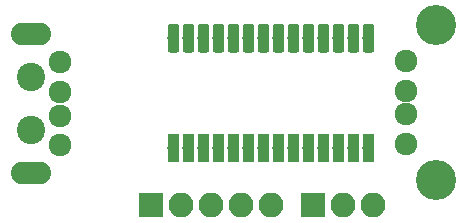
<source format=gbs>
G04 #@! TF.GenerationSoftware,KiCad,Pcbnew,(5.1.2)-1*
G04 #@! TF.CreationDate,2021-07-24T10:23:43+09:00*
G04 #@! TF.ProjectId,PS2USB,50533255-5342-42e6-9b69-6361645f7063,v2.1*
G04 #@! TF.SameCoordinates,Original*
G04 #@! TF.FileFunction,Soldermask,Bot*
G04 #@! TF.FilePolarity,Negative*
%FSLAX46Y46*%
G04 Gerber Fmt 4.6, Leading zero omitted, Abs format (unit mm)*
G04 Created by KiCad (PCBNEW (5.1.2)-1) date 2021-07-24 10:23:43*
%MOMM*%
%LPD*%
G04 APERTURE LIST*
%ADD10C,1.924000*%
%ADD11O,3.400000X1.900000*%
%ADD12C,2.400000*%
%ADD13O,2.100000X2.100000*%
%ADD14R,2.100000X2.100000*%
%ADD15C,3.400000*%
%ADD16C,0.050000*%
%ADD17C,1.000000*%
G04 APERTURE END LIST*
D10*
X77700000Y-95100000D03*
X77700000Y-92600000D03*
X77700000Y-90600000D03*
X77700000Y-88100000D03*
D11*
X75300000Y-85700000D03*
X75300000Y-97500000D03*
D12*
X75300000Y-89350000D03*
X75300000Y-93850000D03*
D13*
X104240000Y-100200000D03*
X101700000Y-100200000D03*
D14*
X99160000Y-100200000D03*
D13*
X95560000Y-100200000D03*
X93020000Y-100200000D03*
X90480000Y-100200000D03*
X87940000Y-100200000D03*
D14*
X85400000Y-100200000D03*
D10*
X107000000Y-95000000D03*
X107000000Y-92500000D03*
X107000000Y-90500000D03*
X107000000Y-88000000D03*
D15*
X109600000Y-98070000D03*
X109600000Y-84930000D03*
D16*
G36*
X87619504Y-84826204D02*
G01*
X87643773Y-84829804D01*
X87667571Y-84835765D01*
X87690671Y-84844030D01*
X87712849Y-84854520D01*
X87733893Y-84867133D01*
X87753598Y-84881747D01*
X87771777Y-84898223D01*
X87788253Y-84916402D01*
X87802867Y-84936107D01*
X87815480Y-84957151D01*
X87825970Y-84979329D01*
X87834235Y-85002429D01*
X87840196Y-85026227D01*
X87843796Y-85050496D01*
X87845000Y-85075000D01*
X87845000Y-87025000D01*
X87843796Y-87049504D01*
X87840196Y-87073773D01*
X87834235Y-87097571D01*
X87825970Y-87120671D01*
X87815480Y-87142849D01*
X87802867Y-87163893D01*
X87788253Y-87183598D01*
X87771777Y-87201777D01*
X87753598Y-87218253D01*
X87733893Y-87232867D01*
X87712849Y-87245480D01*
X87690671Y-87255970D01*
X87667571Y-87264235D01*
X87643773Y-87270196D01*
X87619504Y-87273796D01*
X87595000Y-87275000D01*
X87095000Y-87275000D01*
X87070496Y-87273796D01*
X87046227Y-87270196D01*
X87022429Y-87264235D01*
X86999329Y-87255970D01*
X86977151Y-87245480D01*
X86956107Y-87232867D01*
X86936402Y-87218253D01*
X86918223Y-87201777D01*
X86901747Y-87183598D01*
X86887133Y-87163893D01*
X86874520Y-87142849D01*
X86864030Y-87120671D01*
X86855765Y-87097571D01*
X86849804Y-87073773D01*
X86846204Y-87049504D01*
X86845000Y-87025000D01*
X86845000Y-85075000D01*
X86846204Y-85050496D01*
X86849804Y-85026227D01*
X86855765Y-85002429D01*
X86864030Y-84979329D01*
X86874520Y-84957151D01*
X86887133Y-84936107D01*
X86901747Y-84916402D01*
X86918223Y-84898223D01*
X86936402Y-84881747D01*
X86956107Y-84867133D01*
X86977151Y-84854520D01*
X86999329Y-84844030D01*
X87022429Y-84835765D01*
X87046227Y-84829804D01*
X87070496Y-84826204D01*
X87095000Y-84825000D01*
X87595000Y-84825000D01*
X87619504Y-84826204D01*
X87619504Y-84826204D01*
G37*
D17*
X87345000Y-86050000D03*
D16*
G36*
X88889504Y-84826204D02*
G01*
X88913773Y-84829804D01*
X88937571Y-84835765D01*
X88960671Y-84844030D01*
X88982849Y-84854520D01*
X89003893Y-84867133D01*
X89023598Y-84881747D01*
X89041777Y-84898223D01*
X89058253Y-84916402D01*
X89072867Y-84936107D01*
X89085480Y-84957151D01*
X89095970Y-84979329D01*
X89104235Y-85002429D01*
X89110196Y-85026227D01*
X89113796Y-85050496D01*
X89115000Y-85075000D01*
X89115000Y-87025000D01*
X89113796Y-87049504D01*
X89110196Y-87073773D01*
X89104235Y-87097571D01*
X89095970Y-87120671D01*
X89085480Y-87142849D01*
X89072867Y-87163893D01*
X89058253Y-87183598D01*
X89041777Y-87201777D01*
X89023598Y-87218253D01*
X89003893Y-87232867D01*
X88982849Y-87245480D01*
X88960671Y-87255970D01*
X88937571Y-87264235D01*
X88913773Y-87270196D01*
X88889504Y-87273796D01*
X88865000Y-87275000D01*
X88365000Y-87275000D01*
X88340496Y-87273796D01*
X88316227Y-87270196D01*
X88292429Y-87264235D01*
X88269329Y-87255970D01*
X88247151Y-87245480D01*
X88226107Y-87232867D01*
X88206402Y-87218253D01*
X88188223Y-87201777D01*
X88171747Y-87183598D01*
X88157133Y-87163893D01*
X88144520Y-87142849D01*
X88134030Y-87120671D01*
X88125765Y-87097571D01*
X88119804Y-87073773D01*
X88116204Y-87049504D01*
X88115000Y-87025000D01*
X88115000Y-85075000D01*
X88116204Y-85050496D01*
X88119804Y-85026227D01*
X88125765Y-85002429D01*
X88134030Y-84979329D01*
X88144520Y-84957151D01*
X88157133Y-84936107D01*
X88171747Y-84916402D01*
X88188223Y-84898223D01*
X88206402Y-84881747D01*
X88226107Y-84867133D01*
X88247151Y-84854520D01*
X88269329Y-84844030D01*
X88292429Y-84835765D01*
X88316227Y-84829804D01*
X88340496Y-84826204D01*
X88365000Y-84825000D01*
X88865000Y-84825000D01*
X88889504Y-84826204D01*
X88889504Y-84826204D01*
G37*
D17*
X88615000Y-86050000D03*
D16*
G36*
X90159504Y-84826204D02*
G01*
X90183773Y-84829804D01*
X90207571Y-84835765D01*
X90230671Y-84844030D01*
X90252849Y-84854520D01*
X90273893Y-84867133D01*
X90293598Y-84881747D01*
X90311777Y-84898223D01*
X90328253Y-84916402D01*
X90342867Y-84936107D01*
X90355480Y-84957151D01*
X90365970Y-84979329D01*
X90374235Y-85002429D01*
X90380196Y-85026227D01*
X90383796Y-85050496D01*
X90385000Y-85075000D01*
X90385000Y-87025000D01*
X90383796Y-87049504D01*
X90380196Y-87073773D01*
X90374235Y-87097571D01*
X90365970Y-87120671D01*
X90355480Y-87142849D01*
X90342867Y-87163893D01*
X90328253Y-87183598D01*
X90311777Y-87201777D01*
X90293598Y-87218253D01*
X90273893Y-87232867D01*
X90252849Y-87245480D01*
X90230671Y-87255970D01*
X90207571Y-87264235D01*
X90183773Y-87270196D01*
X90159504Y-87273796D01*
X90135000Y-87275000D01*
X89635000Y-87275000D01*
X89610496Y-87273796D01*
X89586227Y-87270196D01*
X89562429Y-87264235D01*
X89539329Y-87255970D01*
X89517151Y-87245480D01*
X89496107Y-87232867D01*
X89476402Y-87218253D01*
X89458223Y-87201777D01*
X89441747Y-87183598D01*
X89427133Y-87163893D01*
X89414520Y-87142849D01*
X89404030Y-87120671D01*
X89395765Y-87097571D01*
X89389804Y-87073773D01*
X89386204Y-87049504D01*
X89385000Y-87025000D01*
X89385000Y-85075000D01*
X89386204Y-85050496D01*
X89389804Y-85026227D01*
X89395765Y-85002429D01*
X89404030Y-84979329D01*
X89414520Y-84957151D01*
X89427133Y-84936107D01*
X89441747Y-84916402D01*
X89458223Y-84898223D01*
X89476402Y-84881747D01*
X89496107Y-84867133D01*
X89517151Y-84854520D01*
X89539329Y-84844030D01*
X89562429Y-84835765D01*
X89586227Y-84829804D01*
X89610496Y-84826204D01*
X89635000Y-84825000D01*
X90135000Y-84825000D01*
X90159504Y-84826204D01*
X90159504Y-84826204D01*
G37*
D17*
X89885000Y-86050000D03*
D16*
G36*
X91429504Y-84826204D02*
G01*
X91453773Y-84829804D01*
X91477571Y-84835765D01*
X91500671Y-84844030D01*
X91522849Y-84854520D01*
X91543893Y-84867133D01*
X91563598Y-84881747D01*
X91581777Y-84898223D01*
X91598253Y-84916402D01*
X91612867Y-84936107D01*
X91625480Y-84957151D01*
X91635970Y-84979329D01*
X91644235Y-85002429D01*
X91650196Y-85026227D01*
X91653796Y-85050496D01*
X91655000Y-85075000D01*
X91655000Y-87025000D01*
X91653796Y-87049504D01*
X91650196Y-87073773D01*
X91644235Y-87097571D01*
X91635970Y-87120671D01*
X91625480Y-87142849D01*
X91612867Y-87163893D01*
X91598253Y-87183598D01*
X91581777Y-87201777D01*
X91563598Y-87218253D01*
X91543893Y-87232867D01*
X91522849Y-87245480D01*
X91500671Y-87255970D01*
X91477571Y-87264235D01*
X91453773Y-87270196D01*
X91429504Y-87273796D01*
X91405000Y-87275000D01*
X90905000Y-87275000D01*
X90880496Y-87273796D01*
X90856227Y-87270196D01*
X90832429Y-87264235D01*
X90809329Y-87255970D01*
X90787151Y-87245480D01*
X90766107Y-87232867D01*
X90746402Y-87218253D01*
X90728223Y-87201777D01*
X90711747Y-87183598D01*
X90697133Y-87163893D01*
X90684520Y-87142849D01*
X90674030Y-87120671D01*
X90665765Y-87097571D01*
X90659804Y-87073773D01*
X90656204Y-87049504D01*
X90655000Y-87025000D01*
X90655000Y-85075000D01*
X90656204Y-85050496D01*
X90659804Y-85026227D01*
X90665765Y-85002429D01*
X90674030Y-84979329D01*
X90684520Y-84957151D01*
X90697133Y-84936107D01*
X90711747Y-84916402D01*
X90728223Y-84898223D01*
X90746402Y-84881747D01*
X90766107Y-84867133D01*
X90787151Y-84854520D01*
X90809329Y-84844030D01*
X90832429Y-84835765D01*
X90856227Y-84829804D01*
X90880496Y-84826204D01*
X90905000Y-84825000D01*
X91405000Y-84825000D01*
X91429504Y-84826204D01*
X91429504Y-84826204D01*
G37*
D17*
X91155000Y-86050000D03*
D16*
G36*
X92699504Y-84826204D02*
G01*
X92723773Y-84829804D01*
X92747571Y-84835765D01*
X92770671Y-84844030D01*
X92792849Y-84854520D01*
X92813893Y-84867133D01*
X92833598Y-84881747D01*
X92851777Y-84898223D01*
X92868253Y-84916402D01*
X92882867Y-84936107D01*
X92895480Y-84957151D01*
X92905970Y-84979329D01*
X92914235Y-85002429D01*
X92920196Y-85026227D01*
X92923796Y-85050496D01*
X92925000Y-85075000D01*
X92925000Y-87025000D01*
X92923796Y-87049504D01*
X92920196Y-87073773D01*
X92914235Y-87097571D01*
X92905970Y-87120671D01*
X92895480Y-87142849D01*
X92882867Y-87163893D01*
X92868253Y-87183598D01*
X92851777Y-87201777D01*
X92833598Y-87218253D01*
X92813893Y-87232867D01*
X92792849Y-87245480D01*
X92770671Y-87255970D01*
X92747571Y-87264235D01*
X92723773Y-87270196D01*
X92699504Y-87273796D01*
X92675000Y-87275000D01*
X92175000Y-87275000D01*
X92150496Y-87273796D01*
X92126227Y-87270196D01*
X92102429Y-87264235D01*
X92079329Y-87255970D01*
X92057151Y-87245480D01*
X92036107Y-87232867D01*
X92016402Y-87218253D01*
X91998223Y-87201777D01*
X91981747Y-87183598D01*
X91967133Y-87163893D01*
X91954520Y-87142849D01*
X91944030Y-87120671D01*
X91935765Y-87097571D01*
X91929804Y-87073773D01*
X91926204Y-87049504D01*
X91925000Y-87025000D01*
X91925000Y-85075000D01*
X91926204Y-85050496D01*
X91929804Y-85026227D01*
X91935765Y-85002429D01*
X91944030Y-84979329D01*
X91954520Y-84957151D01*
X91967133Y-84936107D01*
X91981747Y-84916402D01*
X91998223Y-84898223D01*
X92016402Y-84881747D01*
X92036107Y-84867133D01*
X92057151Y-84854520D01*
X92079329Y-84844030D01*
X92102429Y-84835765D01*
X92126227Y-84829804D01*
X92150496Y-84826204D01*
X92175000Y-84825000D01*
X92675000Y-84825000D01*
X92699504Y-84826204D01*
X92699504Y-84826204D01*
G37*
D17*
X92425000Y-86050000D03*
D16*
G36*
X93969504Y-84826204D02*
G01*
X93993773Y-84829804D01*
X94017571Y-84835765D01*
X94040671Y-84844030D01*
X94062849Y-84854520D01*
X94083893Y-84867133D01*
X94103598Y-84881747D01*
X94121777Y-84898223D01*
X94138253Y-84916402D01*
X94152867Y-84936107D01*
X94165480Y-84957151D01*
X94175970Y-84979329D01*
X94184235Y-85002429D01*
X94190196Y-85026227D01*
X94193796Y-85050496D01*
X94195000Y-85075000D01*
X94195000Y-87025000D01*
X94193796Y-87049504D01*
X94190196Y-87073773D01*
X94184235Y-87097571D01*
X94175970Y-87120671D01*
X94165480Y-87142849D01*
X94152867Y-87163893D01*
X94138253Y-87183598D01*
X94121777Y-87201777D01*
X94103598Y-87218253D01*
X94083893Y-87232867D01*
X94062849Y-87245480D01*
X94040671Y-87255970D01*
X94017571Y-87264235D01*
X93993773Y-87270196D01*
X93969504Y-87273796D01*
X93945000Y-87275000D01*
X93445000Y-87275000D01*
X93420496Y-87273796D01*
X93396227Y-87270196D01*
X93372429Y-87264235D01*
X93349329Y-87255970D01*
X93327151Y-87245480D01*
X93306107Y-87232867D01*
X93286402Y-87218253D01*
X93268223Y-87201777D01*
X93251747Y-87183598D01*
X93237133Y-87163893D01*
X93224520Y-87142849D01*
X93214030Y-87120671D01*
X93205765Y-87097571D01*
X93199804Y-87073773D01*
X93196204Y-87049504D01*
X93195000Y-87025000D01*
X93195000Y-85075000D01*
X93196204Y-85050496D01*
X93199804Y-85026227D01*
X93205765Y-85002429D01*
X93214030Y-84979329D01*
X93224520Y-84957151D01*
X93237133Y-84936107D01*
X93251747Y-84916402D01*
X93268223Y-84898223D01*
X93286402Y-84881747D01*
X93306107Y-84867133D01*
X93327151Y-84854520D01*
X93349329Y-84844030D01*
X93372429Y-84835765D01*
X93396227Y-84829804D01*
X93420496Y-84826204D01*
X93445000Y-84825000D01*
X93945000Y-84825000D01*
X93969504Y-84826204D01*
X93969504Y-84826204D01*
G37*
D17*
X93695000Y-86050000D03*
D16*
G36*
X95239504Y-84826204D02*
G01*
X95263773Y-84829804D01*
X95287571Y-84835765D01*
X95310671Y-84844030D01*
X95332849Y-84854520D01*
X95353893Y-84867133D01*
X95373598Y-84881747D01*
X95391777Y-84898223D01*
X95408253Y-84916402D01*
X95422867Y-84936107D01*
X95435480Y-84957151D01*
X95445970Y-84979329D01*
X95454235Y-85002429D01*
X95460196Y-85026227D01*
X95463796Y-85050496D01*
X95465000Y-85075000D01*
X95465000Y-87025000D01*
X95463796Y-87049504D01*
X95460196Y-87073773D01*
X95454235Y-87097571D01*
X95445970Y-87120671D01*
X95435480Y-87142849D01*
X95422867Y-87163893D01*
X95408253Y-87183598D01*
X95391777Y-87201777D01*
X95373598Y-87218253D01*
X95353893Y-87232867D01*
X95332849Y-87245480D01*
X95310671Y-87255970D01*
X95287571Y-87264235D01*
X95263773Y-87270196D01*
X95239504Y-87273796D01*
X95215000Y-87275000D01*
X94715000Y-87275000D01*
X94690496Y-87273796D01*
X94666227Y-87270196D01*
X94642429Y-87264235D01*
X94619329Y-87255970D01*
X94597151Y-87245480D01*
X94576107Y-87232867D01*
X94556402Y-87218253D01*
X94538223Y-87201777D01*
X94521747Y-87183598D01*
X94507133Y-87163893D01*
X94494520Y-87142849D01*
X94484030Y-87120671D01*
X94475765Y-87097571D01*
X94469804Y-87073773D01*
X94466204Y-87049504D01*
X94465000Y-87025000D01*
X94465000Y-85075000D01*
X94466204Y-85050496D01*
X94469804Y-85026227D01*
X94475765Y-85002429D01*
X94484030Y-84979329D01*
X94494520Y-84957151D01*
X94507133Y-84936107D01*
X94521747Y-84916402D01*
X94538223Y-84898223D01*
X94556402Y-84881747D01*
X94576107Y-84867133D01*
X94597151Y-84854520D01*
X94619329Y-84844030D01*
X94642429Y-84835765D01*
X94666227Y-84829804D01*
X94690496Y-84826204D01*
X94715000Y-84825000D01*
X95215000Y-84825000D01*
X95239504Y-84826204D01*
X95239504Y-84826204D01*
G37*
D17*
X94965000Y-86050000D03*
D16*
G36*
X96509504Y-84826204D02*
G01*
X96533773Y-84829804D01*
X96557571Y-84835765D01*
X96580671Y-84844030D01*
X96602849Y-84854520D01*
X96623893Y-84867133D01*
X96643598Y-84881747D01*
X96661777Y-84898223D01*
X96678253Y-84916402D01*
X96692867Y-84936107D01*
X96705480Y-84957151D01*
X96715970Y-84979329D01*
X96724235Y-85002429D01*
X96730196Y-85026227D01*
X96733796Y-85050496D01*
X96735000Y-85075000D01*
X96735000Y-87025000D01*
X96733796Y-87049504D01*
X96730196Y-87073773D01*
X96724235Y-87097571D01*
X96715970Y-87120671D01*
X96705480Y-87142849D01*
X96692867Y-87163893D01*
X96678253Y-87183598D01*
X96661777Y-87201777D01*
X96643598Y-87218253D01*
X96623893Y-87232867D01*
X96602849Y-87245480D01*
X96580671Y-87255970D01*
X96557571Y-87264235D01*
X96533773Y-87270196D01*
X96509504Y-87273796D01*
X96485000Y-87275000D01*
X95985000Y-87275000D01*
X95960496Y-87273796D01*
X95936227Y-87270196D01*
X95912429Y-87264235D01*
X95889329Y-87255970D01*
X95867151Y-87245480D01*
X95846107Y-87232867D01*
X95826402Y-87218253D01*
X95808223Y-87201777D01*
X95791747Y-87183598D01*
X95777133Y-87163893D01*
X95764520Y-87142849D01*
X95754030Y-87120671D01*
X95745765Y-87097571D01*
X95739804Y-87073773D01*
X95736204Y-87049504D01*
X95735000Y-87025000D01*
X95735000Y-85075000D01*
X95736204Y-85050496D01*
X95739804Y-85026227D01*
X95745765Y-85002429D01*
X95754030Y-84979329D01*
X95764520Y-84957151D01*
X95777133Y-84936107D01*
X95791747Y-84916402D01*
X95808223Y-84898223D01*
X95826402Y-84881747D01*
X95846107Y-84867133D01*
X95867151Y-84854520D01*
X95889329Y-84844030D01*
X95912429Y-84835765D01*
X95936227Y-84829804D01*
X95960496Y-84826204D01*
X95985000Y-84825000D01*
X96485000Y-84825000D01*
X96509504Y-84826204D01*
X96509504Y-84826204D01*
G37*
D17*
X96235000Y-86050000D03*
D16*
G36*
X97779504Y-84826204D02*
G01*
X97803773Y-84829804D01*
X97827571Y-84835765D01*
X97850671Y-84844030D01*
X97872849Y-84854520D01*
X97893893Y-84867133D01*
X97913598Y-84881747D01*
X97931777Y-84898223D01*
X97948253Y-84916402D01*
X97962867Y-84936107D01*
X97975480Y-84957151D01*
X97985970Y-84979329D01*
X97994235Y-85002429D01*
X98000196Y-85026227D01*
X98003796Y-85050496D01*
X98005000Y-85075000D01*
X98005000Y-87025000D01*
X98003796Y-87049504D01*
X98000196Y-87073773D01*
X97994235Y-87097571D01*
X97985970Y-87120671D01*
X97975480Y-87142849D01*
X97962867Y-87163893D01*
X97948253Y-87183598D01*
X97931777Y-87201777D01*
X97913598Y-87218253D01*
X97893893Y-87232867D01*
X97872849Y-87245480D01*
X97850671Y-87255970D01*
X97827571Y-87264235D01*
X97803773Y-87270196D01*
X97779504Y-87273796D01*
X97755000Y-87275000D01*
X97255000Y-87275000D01*
X97230496Y-87273796D01*
X97206227Y-87270196D01*
X97182429Y-87264235D01*
X97159329Y-87255970D01*
X97137151Y-87245480D01*
X97116107Y-87232867D01*
X97096402Y-87218253D01*
X97078223Y-87201777D01*
X97061747Y-87183598D01*
X97047133Y-87163893D01*
X97034520Y-87142849D01*
X97024030Y-87120671D01*
X97015765Y-87097571D01*
X97009804Y-87073773D01*
X97006204Y-87049504D01*
X97005000Y-87025000D01*
X97005000Y-85075000D01*
X97006204Y-85050496D01*
X97009804Y-85026227D01*
X97015765Y-85002429D01*
X97024030Y-84979329D01*
X97034520Y-84957151D01*
X97047133Y-84936107D01*
X97061747Y-84916402D01*
X97078223Y-84898223D01*
X97096402Y-84881747D01*
X97116107Y-84867133D01*
X97137151Y-84854520D01*
X97159329Y-84844030D01*
X97182429Y-84835765D01*
X97206227Y-84829804D01*
X97230496Y-84826204D01*
X97255000Y-84825000D01*
X97755000Y-84825000D01*
X97779504Y-84826204D01*
X97779504Y-84826204D01*
G37*
D17*
X97505000Y-86050000D03*
D16*
G36*
X99049504Y-84826204D02*
G01*
X99073773Y-84829804D01*
X99097571Y-84835765D01*
X99120671Y-84844030D01*
X99142849Y-84854520D01*
X99163893Y-84867133D01*
X99183598Y-84881747D01*
X99201777Y-84898223D01*
X99218253Y-84916402D01*
X99232867Y-84936107D01*
X99245480Y-84957151D01*
X99255970Y-84979329D01*
X99264235Y-85002429D01*
X99270196Y-85026227D01*
X99273796Y-85050496D01*
X99275000Y-85075000D01*
X99275000Y-87025000D01*
X99273796Y-87049504D01*
X99270196Y-87073773D01*
X99264235Y-87097571D01*
X99255970Y-87120671D01*
X99245480Y-87142849D01*
X99232867Y-87163893D01*
X99218253Y-87183598D01*
X99201777Y-87201777D01*
X99183598Y-87218253D01*
X99163893Y-87232867D01*
X99142849Y-87245480D01*
X99120671Y-87255970D01*
X99097571Y-87264235D01*
X99073773Y-87270196D01*
X99049504Y-87273796D01*
X99025000Y-87275000D01*
X98525000Y-87275000D01*
X98500496Y-87273796D01*
X98476227Y-87270196D01*
X98452429Y-87264235D01*
X98429329Y-87255970D01*
X98407151Y-87245480D01*
X98386107Y-87232867D01*
X98366402Y-87218253D01*
X98348223Y-87201777D01*
X98331747Y-87183598D01*
X98317133Y-87163893D01*
X98304520Y-87142849D01*
X98294030Y-87120671D01*
X98285765Y-87097571D01*
X98279804Y-87073773D01*
X98276204Y-87049504D01*
X98275000Y-87025000D01*
X98275000Y-85075000D01*
X98276204Y-85050496D01*
X98279804Y-85026227D01*
X98285765Y-85002429D01*
X98294030Y-84979329D01*
X98304520Y-84957151D01*
X98317133Y-84936107D01*
X98331747Y-84916402D01*
X98348223Y-84898223D01*
X98366402Y-84881747D01*
X98386107Y-84867133D01*
X98407151Y-84854520D01*
X98429329Y-84844030D01*
X98452429Y-84835765D01*
X98476227Y-84829804D01*
X98500496Y-84826204D01*
X98525000Y-84825000D01*
X99025000Y-84825000D01*
X99049504Y-84826204D01*
X99049504Y-84826204D01*
G37*
D17*
X98775000Y-86050000D03*
D16*
G36*
X100319504Y-84826204D02*
G01*
X100343773Y-84829804D01*
X100367571Y-84835765D01*
X100390671Y-84844030D01*
X100412849Y-84854520D01*
X100433893Y-84867133D01*
X100453598Y-84881747D01*
X100471777Y-84898223D01*
X100488253Y-84916402D01*
X100502867Y-84936107D01*
X100515480Y-84957151D01*
X100525970Y-84979329D01*
X100534235Y-85002429D01*
X100540196Y-85026227D01*
X100543796Y-85050496D01*
X100545000Y-85075000D01*
X100545000Y-87025000D01*
X100543796Y-87049504D01*
X100540196Y-87073773D01*
X100534235Y-87097571D01*
X100525970Y-87120671D01*
X100515480Y-87142849D01*
X100502867Y-87163893D01*
X100488253Y-87183598D01*
X100471777Y-87201777D01*
X100453598Y-87218253D01*
X100433893Y-87232867D01*
X100412849Y-87245480D01*
X100390671Y-87255970D01*
X100367571Y-87264235D01*
X100343773Y-87270196D01*
X100319504Y-87273796D01*
X100295000Y-87275000D01*
X99795000Y-87275000D01*
X99770496Y-87273796D01*
X99746227Y-87270196D01*
X99722429Y-87264235D01*
X99699329Y-87255970D01*
X99677151Y-87245480D01*
X99656107Y-87232867D01*
X99636402Y-87218253D01*
X99618223Y-87201777D01*
X99601747Y-87183598D01*
X99587133Y-87163893D01*
X99574520Y-87142849D01*
X99564030Y-87120671D01*
X99555765Y-87097571D01*
X99549804Y-87073773D01*
X99546204Y-87049504D01*
X99545000Y-87025000D01*
X99545000Y-85075000D01*
X99546204Y-85050496D01*
X99549804Y-85026227D01*
X99555765Y-85002429D01*
X99564030Y-84979329D01*
X99574520Y-84957151D01*
X99587133Y-84936107D01*
X99601747Y-84916402D01*
X99618223Y-84898223D01*
X99636402Y-84881747D01*
X99656107Y-84867133D01*
X99677151Y-84854520D01*
X99699329Y-84844030D01*
X99722429Y-84835765D01*
X99746227Y-84829804D01*
X99770496Y-84826204D01*
X99795000Y-84825000D01*
X100295000Y-84825000D01*
X100319504Y-84826204D01*
X100319504Y-84826204D01*
G37*
D17*
X100045000Y-86050000D03*
D16*
G36*
X101589504Y-84826204D02*
G01*
X101613773Y-84829804D01*
X101637571Y-84835765D01*
X101660671Y-84844030D01*
X101682849Y-84854520D01*
X101703893Y-84867133D01*
X101723598Y-84881747D01*
X101741777Y-84898223D01*
X101758253Y-84916402D01*
X101772867Y-84936107D01*
X101785480Y-84957151D01*
X101795970Y-84979329D01*
X101804235Y-85002429D01*
X101810196Y-85026227D01*
X101813796Y-85050496D01*
X101815000Y-85075000D01*
X101815000Y-87025000D01*
X101813796Y-87049504D01*
X101810196Y-87073773D01*
X101804235Y-87097571D01*
X101795970Y-87120671D01*
X101785480Y-87142849D01*
X101772867Y-87163893D01*
X101758253Y-87183598D01*
X101741777Y-87201777D01*
X101723598Y-87218253D01*
X101703893Y-87232867D01*
X101682849Y-87245480D01*
X101660671Y-87255970D01*
X101637571Y-87264235D01*
X101613773Y-87270196D01*
X101589504Y-87273796D01*
X101565000Y-87275000D01*
X101065000Y-87275000D01*
X101040496Y-87273796D01*
X101016227Y-87270196D01*
X100992429Y-87264235D01*
X100969329Y-87255970D01*
X100947151Y-87245480D01*
X100926107Y-87232867D01*
X100906402Y-87218253D01*
X100888223Y-87201777D01*
X100871747Y-87183598D01*
X100857133Y-87163893D01*
X100844520Y-87142849D01*
X100834030Y-87120671D01*
X100825765Y-87097571D01*
X100819804Y-87073773D01*
X100816204Y-87049504D01*
X100815000Y-87025000D01*
X100815000Y-85075000D01*
X100816204Y-85050496D01*
X100819804Y-85026227D01*
X100825765Y-85002429D01*
X100834030Y-84979329D01*
X100844520Y-84957151D01*
X100857133Y-84936107D01*
X100871747Y-84916402D01*
X100888223Y-84898223D01*
X100906402Y-84881747D01*
X100926107Y-84867133D01*
X100947151Y-84854520D01*
X100969329Y-84844030D01*
X100992429Y-84835765D01*
X101016227Y-84829804D01*
X101040496Y-84826204D01*
X101065000Y-84825000D01*
X101565000Y-84825000D01*
X101589504Y-84826204D01*
X101589504Y-84826204D01*
G37*
D17*
X101315000Y-86050000D03*
D16*
G36*
X102859504Y-84826204D02*
G01*
X102883773Y-84829804D01*
X102907571Y-84835765D01*
X102930671Y-84844030D01*
X102952849Y-84854520D01*
X102973893Y-84867133D01*
X102993598Y-84881747D01*
X103011777Y-84898223D01*
X103028253Y-84916402D01*
X103042867Y-84936107D01*
X103055480Y-84957151D01*
X103065970Y-84979329D01*
X103074235Y-85002429D01*
X103080196Y-85026227D01*
X103083796Y-85050496D01*
X103085000Y-85075000D01*
X103085000Y-87025000D01*
X103083796Y-87049504D01*
X103080196Y-87073773D01*
X103074235Y-87097571D01*
X103065970Y-87120671D01*
X103055480Y-87142849D01*
X103042867Y-87163893D01*
X103028253Y-87183598D01*
X103011777Y-87201777D01*
X102993598Y-87218253D01*
X102973893Y-87232867D01*
X102952849Y-87245480D01*
X102930671Y-87255970D01*
X102907571Y-87264235D01*
X102883773Y-87270196D01*
X102859504Y-87273796D01*
X102835000Y-87275000D01*
X102335000Y-87275000D01*
X102310496Y-87273796D01*
X102286227Y-87270196D01*
X102262429Y-87264235D01*
X102239329Y-87255970D01*
X102217151Y-87245480D01*
X102196107Y-87232867D01*
X102176402Y-87218253D01*
X102158223Y-87201777D01*
X102141747Y-87183598D01*
X102127133Y-87163893D01*
X102114520Y-87142849D01*
X102104030Y-87120671D01*
X102095765Y-87097571D01*
X102089804Y-87073773D01*
X102086204Y-87049504D01*
X102085000Y-87025000D01*
X102085000Y-85075000D01*
X102086204Y-85050496D01*
X102089804Y-85026227D01*
X102095765Y-85002429D01*
X102104030Y-84979329D01*
X102114520Y-84957151D01*
X102127133Y-84936107D01*
X102141747Y-84916402D01*
X102158223Y-84898223D01*
X102176402Y-84881747D01*
X102196107Y-84867133D01*
X102217151Y-84854520D01*
X102239329Y-84844030D01*
X102262429Y-84835765D01*
X102286227Y-84829804D01*
X102310496Y-84826204D01*
X102335000Y-84825000D01*
X102835000Y-84825000D01*
X102859504Y-84826204D01*
X102859504Y-84826204D01*
G37*
D17*
X102585000Y-86050000D03*
D16*
G36*
X104129504Y-84826204D02*
G01*
X104153773Y-84829804D01*
X104177571Y-84835765D01*
X104200671Y-84844030D01*
X104222849Y-84854520D01*
X104243893Y-84867133D01*
X104263598Y-84881747D01*
X104281777Y-84898223D01*
X104298253Y-84916402D01*
X104312867Y-84936107D01*
X104325480Y-84957151D01*
X104335970Y-84979329D01*
X104344235Y-85002429D01*
X104350196Y-85026227D01*
X104353796Y-85050496D01*
X104355000Y-85075000D01*
X104355000Y-87025000D01*
X104353796Y-87049504D01*
X104350196Y-87073773D01*
X104344235Y-87097571D01*
X104335970Y-87120671D01*
X104325480Y-87142849D01*
X104312867Y-87163893D01*
X104298253Y-87183598D01*
X104281777Y-87201777D01*
X104263598Y-87218253D01*
X104243893Y-87232867D01*
X104222849Y-87245480D01*
X104200671Y-87255970D01*
X104177571Y-87264235D01*
X104153773Y-87270196D01*
X104129504Y-87273796D01*
X104105000Y-87275000D01*
X103605000Y-87275000D01*
X103580496Y-87273796D01*
X103556227Y-87270196D01*
X103532429Y-87264235D01*
X103509329Y-87255970D01*
X103487151Y-87245480D01*
X103466107Y-87232867D01*
X103446402Y-87218253D01*
X103428223Y-87201777D01*
X103411747Y-87183598D01*
X103397133Y-87163893D01*
X103384520Y-87142849D01*
X103374030Y-87120671D01*
X103365765Y-87097571D01*
X103359804Y-87073773D01*
X103356204Y-87049504D01*
X103355000Y-87025000D01*
X103355000Y-85075000D01*
X103356204Y-85050496D01*
X103359804Y-85026227D01*
X103365765Y-85002429D01*
X103374030Y-84979329D01*
X103384520Y-84957151D01*
X103397133Y-84936107D01*
X103411747Y-84916402D01*
X103428223Y-84898223D01*
X103446402Y-84881747D01*
X103466107Y-84867133D01*
X103487151Y-84854520D01*
X103509329Y-84844030D01*
X103532429Y-84835765D01*
X103556227Y-84829804D01*
X103580496Y-84826204D01*
X103605000Y-84825000D01*
X104105000Y-84825000D01*
X104129504Y-84826204D01*
X104129504Y-84826204D01*
G37*
D17*
X103855000Y-86050000D03*
D16*
G36*
X104129504Y-94126204D02*
G01*
X104153773Y-94129804D01*
X104177571Y-94135765D01*
X104200671Y-94144030D01*
X104222849Y-94154520D01*
X104243893Y-94167133D01*
X104263598Y-94181747D01*
X104281777Y-94198223D01*
X104298253Y-94216402D01*
X104312867Y-94236107D01*
X104325480Y-94257151D01*
X104335970Y-94279329D01*
X104344235Y-94302429D01*
X104350196Y-94326227D01*
X104353796Y-94350496D01*
X104355000Y-94375000D01*
X104355000Y-96325000D01*
X104353796Y-96349504D01*
X104350196Y-96373773D01*
X104344235Y-96397571D01*
X104335970Y-96420671D01*
X104325480Y-96442849D01*
X104312867Y-96463893D01*
X104298253Y-96483598D01*
X104281777Y-96501777D01*
X104263598Y-96518253D01*
X104243893Y-96532867D01*
X104222849Y-96545480D01*
X104200671Y-96555970D01*
X104177571Y-96564235D01*
X104153773Y-96570196D01*
X104129504Y-96573796D01*
X104105000Y-96575000D01*
X103605000Y-96575000D01*
X103580496Y-96573796D01*
X103556227Y-96570196D01*
X103532429Y-96564235D01*
X103509329Y-96555970D01*
X103487151Y-96545480D01*
X103466107Y-96532867D01*
X103446402Y-96518253D01*
X103428223Y-96501777D01*
X103411747Y-96483598D01*
X103397133Y-96463893D01*
X103384520Y-96442849D01*
X103374030Y-96420671D01*
X103365765Y-96397571D01*
X103359804Y-96373773D01*
X103356204Y-96349504D01*
X103355000Y-96325000D01*
X103355000Y-94375000D01*
X103356204Y-94350496D01*
X103359804Y-94326227D01*
X103365765Y-94302429D01*
X103374030Y-94279329D01*
X103384520Y-94257151D01*
X103397133Y-94236107D01*
X103411747Y-94216402D01*
X103428223Y-94198223D01*
X103446402Y-94181747D01*
X103466107Y-94167133D01*
X103487151Y-94154520D01*
X103509329Y-94144030D01*
X103532429Y-94135765D01*
X103556227Y-94129804D01*
X103580496Y-94126204D01*
X103605000Y-94125000D01*
X104105000Y-94125000D01*
X104129504Y-94126204D01*
X104129504Y-94126204D01*
G37*
D17*
X103855000Y-95350000D03*
D16*
G36*
X102859504Y-94126204D02*
G01*
X102883773Y-94129804D01*
X102907571Y-94135765D01*
X102930671Y-94144030D01*
X102952849Y-94154520D01*
X102973893Y-94167133D01*
X102993598Y-94181747D01*
X103011777Y-94198223D01*
X103028253Y-94216402D01*
X103042867Y-94236107D01*
X103055480Y-94257151D01*
X103065970Y-94279329D01*
X103074235Y-94302429D01*
X103080196Y-94326227D01*
X103083796Y-94350496D01*
X103085000Y-94375000D01*
X103085000Y-96325000D01*
X103083796Y-96349504D01*
X103080196Y-96373773D01*
X103074235Y-96397571D01*
X103065970Y-96420671D01*
X103055480Y-96442849D01*
X103042867Y-96463893D01*
X103028253Y-96483598D01*
X103011777Y-96501777D01*
X102993598Y-96518253D01*
X102973893Y-96532867D01*
X102952849Y-96545480D01*
X102930671Y-96555970D01*
X102907571Y-96564235D01*
X102883773Y-96570196D01*
X102859504Y-96573796D01*
X102835000Y-96575000D01*
X102335000Y-96575000D01*
X102310496Y-96573796D01*
X102286227Y-96570196D01*
X102262429Y-96564235D01*
X102239329Y-96555970D01*
X102217151Y-96545480D01*
X102196107Y-96532867D01*
X102176402Y-96518253D01*
X102158223Y-96501777D01*
X102141747Y-96483598D01*
X102127133Y-96463893D01*
X102114520Y-96442849D01*
X102104030Y-96420671D01*
X102095765Y-96397571D01*
X102089804Y-96373773D01*
X102086204Y-96349504D01*
X102085000Y-96325000D01*
X102085000Y-94375000D01*
X102086204Y-94350496D01*
X102089804Y-94326227D01*
X102095765Y-94302429D01*
X102104030Y-94279329D01*
X102114520Y-94257151D01*
X102127133Y-94236107D01*
X102141747Y-94216402D01*
X102158223Y-94198223D01*
X102176402Y-94181747D01*
X102196107Y-94167133D01*
X102217151Y-94154520D01*
X102239329Y-94144030D01*
X102262429Y-94135765D01*
X102286227Y-94129804D01*
X102310496Y-94126204D01*
X102335000Y-94125000D01*
X102835000Y-94125000D01*
X102859504Y-94126204D01*
X102859504Y-94126204D01*
G37*
D17*
X102585000Y-95350000D03*
D16*
G36*
X101589504Y-94126204D02*
G01*
X101613773Y-94129804D01*
X101637571Y-94135765D01*
X101660671Y-94144030D01*
X101682849Y-94154520D01*
X101703893Y-94167133D01*
X101723598Y-94181747D01*
X101741777Y-94198223D01*
X101758253Y-94216402D01*
X101772867Y-94236107D01*
X101785480Y-94257151D01*
X101795970Y-94279329D01*
X101804235Y-94302429D01*
X101810196Y-94326227D01*
X101813796Y-94350496D01*
X101815000Y-94375000D01*
X101815000Y-96325000D01*
X101813796Y-96349504D01*
X101810196Y-96373773D01*
X101804235Y-96397571D01*
X101795970Y-96420671D01*
X101785480Y-96442849D01*
X101772867Y-96463893D01*
X101758253Y-96483598D01*
X101741777Y-96501777D01*
X101723598Y-96518253D01*
X101703893Y-96532867D01*
X101682849Y-96545480D01*
X101660671Y-96555970D01*
X101637571Y-96564235D01*
X101613773Y-96570196D01*
X101589504Y-96573796D01*
X101565000Y-96575000D01*
X101065000Y-96575000D01*
X101040496Y-96573796D01*
X101016227Y-96570196D01*
X100992429Y-96564235D01*
X100969329Y-96555970D01*
X100947151Y-96545480D01*
X100926107Y-96532867D01*
X100906402Y-96518253D01*
X100888223Y-96501777D01*
X100871747Y-96483598D01*
X100857133Y-96463893D01*
X100844520Y-96442849D01*
X100834030Y-96420671D01*
X100825765Y-96397571D01*
X100819804Y-96373773D01*
X100816204Y-96349504D01*
X100815000Y-96325000D01*
X100815000Y-94375000D01*
X100816204Y-94350496D01*
X100819804Y-94326227D01*
X100825765Y-94302429D01*
X100834030Y-94279329D01*
X100844520Y-94257151D01*
X100857133Y-94236107D01*
X100871747Y-94216402D01*
X100888223Y-94198223D01*
X100906402Y-94181747D01*
X100926107Y-94167133D01*
X100947151Y-94154520D01*
X100969329Y-94144030D01*
X100992429Y-94135765D01*
X101016227Y-94129804D01*
X101040496Y-94126204D01*
X101065000Y-94125000D01*
X101565000Y-94125000D01*
X101589504Y-94126204D01*
X101589504Y-94126204D01*
G37*
D17*
X101315000Y-95350000D03*
D16*
G36*
X100319504Y-94126204D02*
G01*
X100343773Y-94129804D01*
X100367571Y-94135765D01*
X100390671Y-94144030D01*
X100412849Y-94154520D01*
X100433893Y-94167133D01*
X100453598Y-94181747D01*
X100471777Y-94198223D01*
X100488253Y-94216402D01*
X100502867Y-94236107D01*
X100515480Y-94257151D01*
X100525970Y-94279329D01*
X100534235Y-94302429D01*
X100540196Y-94326227D01*
X100543796Y-94350496D01*
X100545000Y-94375000D01*
X100545000Y-96325000D01*
X100543796Y-96349504D01*
X100540196Y-96373773D01*
X100534235Y-96397571D01*
X100525970Y-96420671D01*
X100515480Y-96442849D01*
X100502867Y-96463893D01*
X100488253Y-96483598D01*
X100471777Y-96501777D01*
X100453598Y-96518253D01*
X100433893Y-96532867D01*
X100412849Y-96545480D01*
X100390671Y-96555970D01*
X100367571Y-96564235D01*
X100343773Y-96570196D01*
X100319504Y-96573796D01*
X100295000Y-96575000D01*
X99795000Y-96575000D01*
X99770496Y-96573796D01*
X99746227Y-96570196D01*
X99722429Y-96564235D01*
X99699329Y-96555970D01*
X99677151Y-96545480D01*
X99656107Y-96532867D01*
X99636402Y-96518253D01*
X99618223Y-96501777D01*
X99601747Y-96483598D01*
X99587133Y-96463893D01*
X99574520Y-96442849D01*
X99564030Y-96420671D01*
X99555765Y-96397571D01*
X99549804Y-96373773D01*
X99546204Y-96349504D01*
X99545000Y-96325000D01*
X99545000Y-94375000D01*
X99546204Y-94350496D01*
X99549804Y-94326227D01*
X99555765Y-94302429D01*
X99564030Y-94279329D01*
X99574520Y-94257151D01*
X99587133Y-94236107D01*
X99601747Y-94216402D01*
X99618223Y-94198223D01*
X99636402Y-94181747D01*
X99656107Y-94167133D01*
X99677151Y-94154520D01*
X99699329Y-94144030D01*
X99722429Y-94135765D01*
X99746227Y-94129804D01*
X99770496Y-94126204D01*
X99795000Y-94125000D01*
X100295000Y-94125000D01*
X100319504Y-94126204D01*
X100319504Y-94126204D01*
G37*
D17*
X100045000Y-95350000D03*
D16*
G36*
X99049504Y-94126204D02*
G01*
X99073773Y-94129804D01*
X99097571Y-94135765D01*
X99120671Y-94144030D01*
X99142849Y-94154520D01*
X99163893Y-94167133D01*
X99183598Y-94181747D01*
X99201777Y-94198223D01*
X99218253Y-94216402D01*
X99232867Y-94236107D01*
X99245480Y-94257151D01*
X99255970Y-94279329D01*
X99264235Y-94302429D01*
X99270196Y-94326227D01*
X99273796Y-94350496D01*
X99275000Y-94375000D01*
X99275000Y-96325000D01*
X99273796Y-96349504D01*
X99270196Y-96373773D01*
X99264235Y-96397571D01*
X99255970Y-96420671D01*
X99245480Y-96442849D01*
X99232867Y-96463893D01*
X99218253Y-96483598D01*
X99201777Y-96501777D01*
X99183598Y-96518253D01*
X99163893Y-96532867D01*
X99142849Y-96545480D01*
X99120671Y-96555970D01*
X99097571Y-96564235D01*
X99073773Y-96570196D01*
X99049504Y-96573796D01*
X99025000Y-96575000D01*
X98525000Y-96575000D01*
X98500496Y-96573796D01*
X98476227Y-96570196D01*
X98452429Y-96564235D01*
X98429329Y-96555970D01*
X98407151Y-96545480D01*
X98386107Y-96532867D01*
X98366402Y-96518253D01*
X98348223Y-96501777D01*
X98331747Y-96483598D01*
X98317133Y-96463893D01*
X98304520Y-96442849D01*
X98294030Y-96420671D01*
X98285765Y-96397571D01*
X98279804Y-96373773D01*
X98276204Y-96349504D01*
X98275000Y-96325000D01*
X98275000Y-94375000D01*
X98276204Y-94350496D01*
X98279804Y-94326227D01*
X98285765Y-94302429D01*
X98294030Y-94279329D01*
X98304520Y-94257151D01*
X98317133Y-94236107D01*
X98331747Y-94216402D01*
X98348223Y-94198223D01*
X98366402Y-94181747D01*
X98386107Y-94167133D01*
X98407151Y-94154520D01*
X98429329Y-94144030D01*
X98452429Y-94135765D01*
X98476227Y-94129804D01*
X98500496Y-94126204D01*
X98525000Y-94125000D01*
X99025000Y-94125000D01*
X99049504Y-94126204D01*
X99049504Y-94126204D01*
G37*
D17*
X98775000Y-95350000D03*
D16*
G36*
X97779504Y-94126204D02*
G01*
X97803773Y-94129804D01*
X97827571Y-94135765D01*
X97850671Y-94144030D01*
X97872849Y-94154520D01*
X97893893Y-94167133D01*
X97913598Y-94181747D01*
X97931777Y-94198223D01*
X97948253Y-94216402D01*
X97962867Y-94236107D01*
X97975480Y-94257151D01*
X97985970Y-94279329D01*
X97994235Y-94302429D01*
X98000196Y-94326227D01*
X98003796Y-94350496D01*
X98005000Y-94375000D01*
X98005000Y-96325000D01*
X98003796Y-96349504D01*
X98000196Y-96373773D01*
X97994235Y-96397571D01*
X97985970Y-96420671D01*
X97975480Y-96442849D01*
X97962867Y-96463893D01*
X97948253Y-96483598D01*
X97931777Y-96501777D01*
X97913598Y-96518253D01*
X97893893Y-96532867D01*
X97872849Y-96545480D01*
X97850671Y-96555970D01*
X97827571Y-96564235D01*
X97803773Y-96570196D01*
X97779504Y-96573796D01*
X97755000Y-96575000D01*
X97255000Y-96575000D01*
X97230496Y-96573796D01*
X97206227Y-96570196D01*
X97182429Y-96564235D01*
X97159329Y-96555970D01*
X97137151Y-96545480D01*
X97116107Y-96532867D01*
X97096402Y-96518253D01*
X97078223Y-96501777D01*
X97061747Y-96483598D01*
X97047133Y-96463893D01*
X97034520Y-96442849D01*
X97024030Y-96420671D01*
X97015765Y-96397571D01*
X97009804Y-96373773D01*
X97006204Y-96349504D01*
X97005000Y-96325000D01*
X97005000Y-94375000D01*
X97006204Y-94350496D01*
X97009804Y-94326227D01*
X97015765Y-94302429D01*
X97024030Y-94279329D01*
X97034520Y-94257151D01*
X97047133Y-94236107D01*
X97061747Y-94216402D01*
X97078223Y-94198223D01*
X97096402Y-94181747D01*
X97116107Y-94167133D01*
X97137151Y-94154520D01*
X97159329Y-94144030D01*
X97182429Y-94135765D01*
X97206227Y-94129804D01*
X97230496Y-94126204D01*
X97255000Y-94125000D01*
X97755000Y-94125000D01*
X97779504Y-94126204D01*
X97779504Y-94126204D01*
G37*
D17*
X97505000Y-95350000D03*
D16*
G36*
X96509504Y-94126204D02*
G01*
X96533773Y-94129804D01*
X96557571Y-94135765D01*
X96580671Y-94144030D01*
X96602849Y-94154520D01*
X96623893Y-94167133D01*
X96643598Y-94181747D01*
X96661777Y-94198223D01*
X96678253Y-94216402D01*
X96692867Y-94236107D01*
X96705480Y-94257151D01*
X96715970Y-94279329D01*
X96724235Y-94302429D01*
X96730196Y-94326227D01*
X96733796Y-94350496D01*
X96735000Y-94375000D01*
X96735000Y-96325000D01*
X96733796Y-96349504D01*
X96730196Y-96373773D01*
X96724235Y-96397571D01*
X96715970Y-96420671D01*
X96705480Y-96442849D01*
X96692867Y-96463893D01*
X96678253Y-96483598D01*
X96661777Y-96501777D01*
X96643598Y-96518253D01*
X96623893Y-96532867D01*
X96602849Y-96545480D01*
X96580671Y-96555970D01*
X96557571Y-96564235D01*
X96533773Y-96570196D01*
X96509504Y-96573796D01*
X96485000Y-96575000D01*
X95985000Y-96575000D01*
X95960496Y-96573796D01*
X95936227Y-96570196D01*
X95912429Y-96564235D01*
X95889329Y-96555970D01*
X95867151Y-96545480D01*
X95846107Y-96532867D01*
X95826402Y-96518253D01*
X95808223Y-96501777D01*
X95791747Y-96483598D01*
X95777133Y-96463893D01*
X95764520Y-96442849D01*
X95754030Y-96420671D01*
X95745765Y-96397571D01*
X95739804Y-96373773D01*
X95736204Y-96349504D01*
X95735000Y-96325000D01*
X95735000Y-94375000D01*
X95736204Y-94350496D01*
X95739804Y-94326227D01*
X95745765Y-94302429D01*
X95754030Y-94279329D01*
X95764520Y-94257151D01*
X95777133Y-94236107D01*
X95791747Y-94216402D01*
X95808223Y-94198223D01*
X95826402Y-94181747D01*
X95846107Y-94167133D01*
X95867151Y-94154520D01*
X95889329Y-94144030D01*
X95912429Y-94135765D01*
X95936227Y-94129804D01*
X95960496Y-94126204D01*
X95985000Y-94125000D01*
X96485000Y-94125000D01*
X96509504Y-94126204D01*
X96509504Y-94126204D01*
G37*
D17*
X96235000Y-95350000D03*
D16*
G36*
X95239504Y-94126204D02*
G01*
X95263773Y-94129804D01*
X95287571Y-94135765D01*
X95310671Y-94144030D01*
X95332849Y-94154520D01*
X95353893Y-94167133D01*
X95373598Y-94181747D01*
X95391777Y-94198223D01*
X95408253Y-94216402D01*
X95422867Y-94236107D01*
X95435480Y-94257151D01*
X95445970Y-94279329D01*
X95454235Y-94302429D01*
X95460196Y-94326227D01*
X95463796Y-94350496D01*
X95465000Y-94375000D01*
X95465000Y-96325000D01*
X95463796Y-96349504D01*
X95460196Y-96373773D01*
X95454235Y-96397571D01*
X95445970Y-96420671D01*
X95435480Y-96442849D01*
X95422867Y-96463893D01*
X95408253Y-96483598D01*
X95391777Y-96501777D01*
X95373598Y-96518253D01*
X95353893Y-96532867D01*
X95332849Y-96545480D01*
X95310671Y-96555970D01*
X95287571Y-96564235D01*
X95263773Y-96570196D01*
X95239504Y-96573796D01*
X95215000Y-96575000D01*
X94715000Y-96575000D01*
X94690496Y-96573796D01*
X94666227Y-96570196D01*
X94642429Y-96564235D01*
X94619329Y-96555970D01*
X94597151Y-96545480D01*
X94576107Y-96532867D01*
X94556402Y-96518253D01*
X94538223Y-96501777D01*
X94521747Y-96483598D01*
X94507133Y-96463893D01*
X94494520Y-96442849D01*
X94484030Y-96420671D01*
X94475765Y-96397571D01*
X94469804Y-96373773D01*
X94466204Y-96349504D01*
X94465000Y-96325000D01*
X94465000Y-94375000D01*
X94466204Y-94350496D01*
X94469804Y-94326227D01*
X94475765Y-94302429D01*
X94484030Y-94279329D01*
X94494520Y-94257151D01*
X94507133Y-94236107D01*
X94521747Y-94216402D01*
X94538223Y-94198223D01*
X94556402Y-94181747D01*
X94576107Y-94167133D01*
X94597151Y-94154520D01*
X94619329Y-94144030D01*
X94642429Y-94135765D01*
X94666227Y-94129804D01*
X94690496Y-94126204D01*
X94715000Y-94125000D01*
X95215000Y-94125000D01*
X95239504Y-94126204D01*
X95239504Y-94126204D01*
G37*
D17*
X94965000Y-95350000D03*
D16*
G36*
X93969504Y-94126204D02*
G01*
X93993773Y-94129804D01*
X94017571Y-94135765D01*
X94040671Y-94144030D01*
X94062849Y-94154520D01*
X94083893Y-94167133D01*
X94103598Y-94181747D01*
X94121777Y-94198223D01*
X94138253Y-94216402D01*
X94152867Y-94236107D01*
X94165480Y-94257151D01*
X94175970Y-94279329D01*
X94184235Y-94302429D01*
X94190196Y-94326227D01*
X94193796Y-94350496D01*
X94195000Y-94375000D01*
X94195000Y-96325000D01*
X94193796Y-96349504D01*
X94190196Y-96373773D01*
X94184235Y-96397571D01*
X94175970Y-96420671D01*
X94165480Y-96442849D01*
X94152867Y-96463893D01*
X94138253Y-96483598D01*
X94121777Y-96501777D01*
X94103598Y-96518253D01*
X94083893Y-96532867D01*
X94062849Y-96545480D01*
X94040671Y-96555970D01*
X94017571Y-96564235D01*
X93993773Y-96570196D01*
X93969504Y-96573796D01*
X93945000Y-96575000D01*
X93445000Y-96575000D01*
X93420496Y-96573796D01*
X93396227Y-96570196D01*
X93372429Y-96564235D01*
X93349329Y-96555970D01*
X93327151Y-96545480D01*
X93306107Y-96532867D01*
X93286402Y-96518253D01*
X93268223Y-96501777D01*
X93251747Y-96483598D01*
X93237133Y-96463893D01*
X93224520Y-96442849D01*
X93214030Y-96420671D01*
X93205765Y-96397571D01*
X93199804Y-96373773D01*
X93196204Y-96349504D01*
X93195000Y-96325000D01*
X93195000Y-94375000D01*
X93196204Y-94350496D01*
X93199804Y-94326227D01*
X93205765Y-94302429D01*
X93214030Y-94279329D01*
X93224520Y-94257151D01*
X93237133Y-94236107D01*
X93251747Y-94216402D01*
X93268223Y-94198223D01*
X93286402Y-94181747D01*
X93306107Y-94167133D01*
X93327151Y-94154520D01*
X93349329Y-94144030D01*
X93372429Y-94135765D01*
X93396227Y-94129804D01*
X93420496Y-94126204D01*
X93445000Y-94125000D01*
X93945000Y-94125000D01*
X93969504Y-94126204D01*
X93969504Y-94126204D01*
G37*
D17*
X93695000Y-95350000D03*
D16*
G36*
X92699504Y-94126204D02*
G01*
X92723773Y-94129804D01*
X92747571Y-94135765D01*
X92770671Y-94144030D01*
X92792849Y-94154520D01*
X92813893Y-94167133D01*
X92833598Y-94181747D01*
X92851777Y-94198223D01*
X92868253Y-94216402D01*
X92882867Y-94236107D01*
X92895480Y-94257151D01*
X92905970Y-94279329D01*
X92914235Y-94302429D01*
X92920196Y-94326227D01*
X92923796Y-94350496D01*
X92925000Y-94375000D01*
X92925000Y-96325000D01*
X92923796Y-96349504D01*
X92920196Y-96373773D01*
X92914235Y-96397571D01*
X92905970Y-96420671D01*
X92895480Y-96442849D01*
X92882867Y-96463893D01*
X92868253Y-96483598D01*
X92851777Y-96501777D01*
X92833598Y-96518253D01*
X92813893Y-96532867D01*
X92792849Y-96545480D01*
X92770671Y-96555970D01*
X92747571Y-96564235D01*
X92723773Y-96570196D01*
X92699504Y-96573796D01*
X92675000Y-96575000D01*
X92175000Y-96575000D01*
X92150496Y-96573796D01*
X92126227Y-96570196D01*
X92102429Y-96564235D01*
X92079329Y-96555970D01*
X92057151Y-96545480D01*
X92036107Y-96532867D01*
X92016402Y-96518253D01*
X91998223Y-96501777D01*
X91981747Y-96483598D01*
X91967133Y-96463893D01*
X91954520Y-96442849D01*
X91944030Y-96420671D01*
X91935765Y-96397571D01*
X91929804Y-96373773D01*
X91926204Y-96349504D01*
X91925000Y-96325000D01*
X91925000Y-94375000D01*
X91926204Y-94350496D01*
X91929804Y-94326227D01*
X91935765Y-94302429D01*
X91944030Y-94279329D01*
X91954520Y-94257151D01*
X91967133Y-94236107D01*
X91981747Y-94216402D01*
X91998223Y-94198223D01*
X92016402Y-94181747D01*
X92036107Y-94167133D01*
X92057151Y-94154520D01*
X92079329Y-94144030D01*
X92102429Y-94135765D01*
X92126227Y-94129804D01*
X92150496Y-94126204D01*
X92175000Y-94125000D01*
X92675000Y-94125000D01*
X92699504Y-94126204D01*
X92699504Y-94126204D01*
G37*
D17*
X92425000Y-95350000D03*
D16*
G36*
X91429504Y-94126204D02*
G01*
X91453773Y-94129804D01*
X91477571Y-94135765D01*
X91500671Y-94144030D01*
X91522849Y-94154520D01*
X91543893Y-94167133D01*
X91563598Y-94181747D01*
X91581777Y-94198223D01*
X91598253Y-94216402D01*
X91612867Y-94236107D01*
X91625480Y-94257151D01*
X91635970Y-94279329D01*
X91644235Y-94302429D01*
X91650196Y-94326227D01*
X91653796Y-94350496D01*
X91655000Y-94375000D01*
X91655000Y-96325000D01*
X91653796Y-96349504D01*
X91650196Y-96373773D01*
X91644235Y-96397571D01*
X91635970Y-96420671D01*
X91625480Y-96442849D01*
X91612867Y-96463893D01*
X91598253Y-96483598D01*
X91581777Y-96501777D01*
X91563598Y-96518253D01*
X91543893Y-96532867D01*
X91522849Y-96545480D01*
X91500671Y-96555970D01*
X91477571Y-96564235D01*
X91453773Y-96570196D01*
X91429504Y-96573796D01*
X91405000Y-96575000D01*
X90905000Y-96575000D01*
X90880496Y-96573796D01*
X90856227Y-96570196D01*
X90832429Y-96564235D01*
X90809329Y-96555970D01*
X90787151Y-96545480D01*
X90766107Y-96532867D01*
X90746402Y-96518253D01*
X90728223Y-96501777D01*
X90711747Y-96483598D01*
X90697133Y-96463893D01*
X90684520Y-96442849D01*
X90674030Y-96420671D01*
X90665765Y-96397571D01*
X90659804Y-96373773D01*
X90656204Y-96349504D01*
X90655000Y-96325000D01*
X90655000Y-94375000D01*
X90656204Y-94350496D01*
X90659804Y-94326227D01*
X90665765Y-94302429D01*
X90674030Y-94279329D01*
X90684520Y-94257151D01*
X90697133Y-94236107D01*
X90711747Y-94216402D01*
X90728223Y-94198223D01*
X90746402Y-94181747D01*
X90766107Y-94167133D01*
X90787151Y-94154520D01*
X90809329Y-94144030D01*
X90832429Y-94135765D01*
X90856227Y-94129804D01*
X90880496Y-94126204D01*
X90905000Y-94125000D01*
X91405000Y-94125000D01*
X91429504Y-94126204D01*
X91429504Y-94126204D01*
G37*
D17*
X91155000Y-95350000D03*
D16*
G36*
X90159504Y-94126204D02*
G01*
X90183773Y-94129804D01*
X90207571Y-94135765D01*
X90230671Y-94144030D01*
X90252849Y-94154520D01*
X90273893Y-94167133D01*
X90293598Y-94181747D01*
X90311777Y-94198223D01*
X90328253Y-94216402D01*
X90342867Y-94236107D01*
X90355480Y-94257151D01*
X90365970Y-94279329D01*
X90374235Y-94302429D01*
X90380196Y-94326227D01*
X90383796Y-94350496D01*
X90385000Y-94375000D01*
X90385000Y-96325000D01*
X90383796Y-96349504D01*
X90380196Y-96373773D01*
X90374235Y-96397571D01*
X90365970Y-96420671D01*
X90355480Y-96442849D01*
X90342867Y-96463893D01*
X90328253Y-96483598D01*
X90311777Y-96501777D01*
X90293598Y-96518253D01*
X90273893Y-96532867D01*
X90252849Y-96545480D01*
X90230671Y-96555970D01*
X90207571Y-96564235D01*
X90183773Y-96570196D01*
X90159504Y-96573796D01*
X90135000Y-96575000D01*
X89635000Y-96575000D01*
X89610496Y-96573796D01*
X89586227Y-96570196D01*
X89562429Y-96564235D01*
X89539329Y-96555970D01*
X89517151Y-96545480D01*
X89496107Y-96532867D01*
X89476402Y-96518253D01*
X89458223Y-96501777D01*
X89441747Y-96483598D01*
X89427133Y-96463893D01*
X89414520Y-96442849D01*
X89404030Y-96420671D01*
X89395765Y-96397571D01*
X89389804Y-96373773D01*
X89386204Y-96349504D01*
X89385000Y-96325000D01*
X89385000Y-94375000D01*
X89386204Y-94350496D01*
X89389804Y-94326227D01*
X89395765Y-94302429D01*
X89404030Y-94279329D01*
X89414520Y-94257151D01*
X89427133Y-94236107D01*
X89441747Y-94216402D01*
X89458223Y-94198223D01*
X89476402Y-94181747D01*
X89496107Y-94167133D01*
X89517151Y-94154520D01*
X89539329Y-94144030D01*
X89562429Y-94135765D01*
X89586227Y-94129804D01*
X89610496Y-94126204D01*
X89635000Y-94125000D01*
X90135000Y-94125000D01*
X90159504Y-94126204D01*
X90159504Y-94126204D01*
G37*
D17*
X89885000Y-95350000D03*
D16*
G36*
X88889504Y-94126204D02*
G01*
X88913773Y-94129804D01*
X88937571Y-94135765D01*
X88960671Y-94144030D01*
X88982849Y-94154520D01*
X89003893Y-94167133D01*
X89023598Y-94181747D01*
X89041777Y-94198223D01*
X89058253Y-94216402D01*
X89072867Y-94236107D01*
X89085480Y-94257151D01*
X89095970Y-94279329D01*
X89104235Y-94302429D01*
X89110196Y-94326227D01*
X89113796Y-94350496D01*
X89115000Y-94375000D01*
X89115000Y-96325000D01*
X89113796Y-96349504D01*
X89110196Y-96373773D01*
X89104235Y-96397571D01*
X89095970Y-96420671D01*
X89085480Y-96442849D01*
X89072867Y-96463893D01*
X89058253Y-96483598D01*
X89041777Y-96501777D01*
X89023598Y-96518253D01*
X89003893Y-96532867D01*
X88982849Y-96545480D01*
X88960671Y-96555970D01*
X88937571Y-96564235D01*
X88913773Y-96570196D01*
X88889504Y-96573796D01*
X88865000Y-96575000D01*
X88365000Y-96575000D01*
X88340496Y-96573796D01*
X88316227Y-96570196D01*
X88292429Y-96564235D01*
X88269329Y-96555970D01*
X88247151Y-96545480D01*
X88226107Y-96532867D01*
X88206402Y-96518253D01*
X88188223Y-96501777D01*
X88171747Y-96483598D01*
X88157133Y-96463893D01*
X88144520Y-96442849D01*
X88134030Y-96420671D01*
X88125765Y-96397571D01*
X88119804Y-96373773D01*
X88116204Y-96349504D01*
X88115000Y-96325000D01*
X88115000Y-94375000D01*
X88116204Y-94350496D01*
X88119804Y-94326227D01*
X88125765Y-94302429D01*
X88134030Y-94279329D01*
X88144520Y-94257151D01*
X88157133Y-94236107D01*
X88171747Y-94216402D01*
X88188223Y-94198223D01*
X88206402Y-94181747D01*
X88226107Y-94167133D01*
X88247151Y-94154520D01*
X88269329Y-94144030D01*
X88292429Y-94135765D01*
X88316227Y-94129804D01*
X88340496Y-94126204D01*
X88365000Y-94125000D01*
X88865000Y-94125000D01*
X88889504Y-94126204D01*
X88889504Y-94126204D01*
G37*
D17*
X88615000Y-95350000D03*
D16*
G36*
X87619504Y-94126204D02*
G01*
X87643773Y-94129804D01*
X87667571Y-94135765D01*
X87690671Y-94144030D01*
X87712849Y-94154520D01*
X87733893Y-94167133D01*
X87753598Y-94181747D01*
X87771777Y-94198223D01*
X87788253Y-94216402D01*
X87802867Y-94236107D01*
X87815480Y-94257151D01*
X87825970Y-94279329D01*
X87834235Y-94302429D01*
X87840196Y-94326227D01*
X87843796Y-94350496D01*
X87845000Y-94375000D01*
X87845000Y-96325000D01*
X87843796Y-96349504D01*
X87840196Y-96373773D01*
X87834235Y-96397571D01*
X87825970Y-96420671D01*
X87815480Y-96442849D01*
X87802867Y-96463893D01*
X87788253Y-96483598D01*
X87771777Y-96501777D01*
X87753598Y-96518253D01*
X87733893Y-96532867D01*
X87712849Y-96545480D01*
X87690671Y-96555970D01*
X87667571Y-96564235D01*
X87643773Y-96570196D01*
X87619504Y-96573796D01*
X87595000Y-96575000D01*
X87095000Y-96575000D01*
X87070496Y-96573796D01*
X87046227Y-96570196D01*
X87022429Y-96564235D01*
X86999329Y-96555970D01*
X86977151Y-96545480D01*
X86956107Y-96532867D01*
X86936402Y-96518253D01*
X86918223Y-96501777D01*
X86901747Y-96483598D01*
X86887133Y-96463893D01*
X86874520Y-96442849D01*
X86864030Y-96420671D01*
X86855765Y-96397571D01*
X86849804Y-96373773D01*
X86846204Y-96349504D01*
X86845000Y-96325000D01*
X86845000Y-94375000D01*
X86846204Y-94350496D01*
X86849804Y-94326227D01*
X86855765Y-94302429D01*
X86864030Y-94279329D01*
X86874520Y-94257151D01*
X86887133Y-94236107D01*
X86901747Y-94216402D01*
X86918223Y-94198223D01*
X86936402Y-94181747D01*
X86956107Y-94167133D01*
X86977151Y-94154520D01*
X86999329Y-94144030D01*
X87022429Y-94135765D01*
X87046227Y-94129804D01*
X87070496Y-94126204D01*
X87095000Y-94125000D01*
X87595000Y-94125000D01*
X87619504Y-94126204D01*
X87619504Y-94126204D01*
G37*
D17*
X87345000Y-95350000D03*
M02*

</source>
